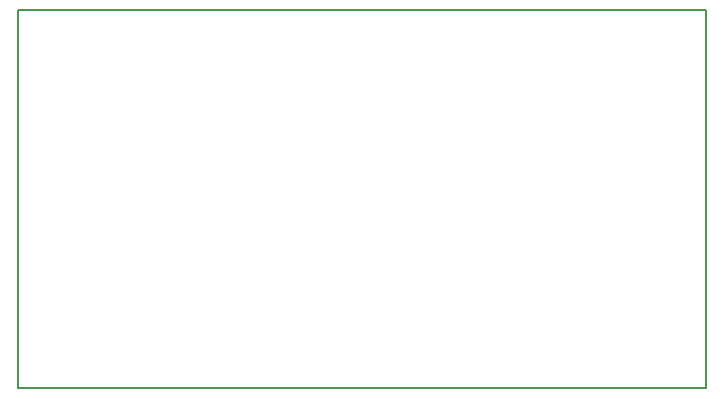
<source format=gbr>
%TF.GenerationSoftware,KiCad,Pcbnew,9.0.2*%
%TF.CreationDate,2025-06-11T23:47:40-06:00*%
%TF.ProjectId,Isolinear Board PCB,49736f6c-696e-4656-9172-20426f617264,rev?*%
%TF.SameCoordinates,Original*%
%TF.FileFunction,Profile,NP*%
%FSLAX46Y46*%
G04 Gerber Fmt 4.6, Leading zero omitted, Abs format (unit mm)*
G04 Created by KiCad (PCBNEW 9.0.2) date 2025-06-11 23:47:40*
%MOMM*%
%LPD*%
G01*
G04 APERTURE LIST*
%TA.AperFunction,Profile*%
%ADD10C,0.200000*%
%TD*%
G04 APERTURE END LIST*
D10*
X112900000Y-116500000D02*
X171100000Y-116500000D01*
X171100000Y-148500000D01*
X112900000Y-148500000D01*
X112900000Y-116500000D01*
M02*

</source>
